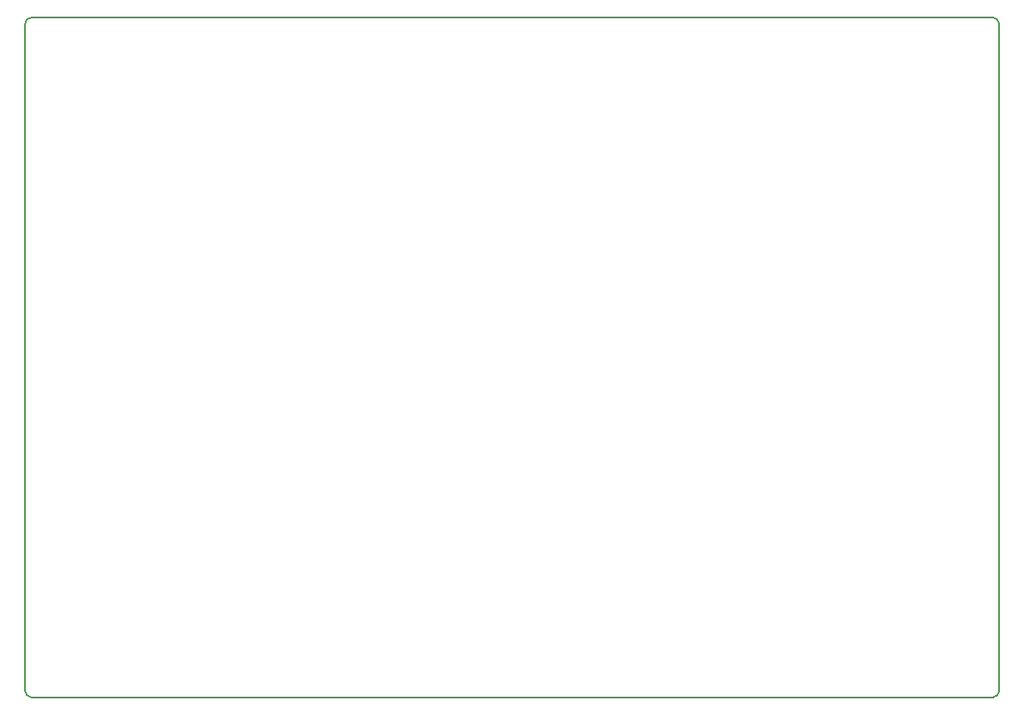
<source format=gm1>
G04 #@! TF.FileFunction,Profile,NP*
%FSLAX46Y46*%
G04 Gerber Fmt 4.6, Leading zero omitted, Abs format (unit mm)*
G04 Created by KiCad (PCBNEW 4.0.7) date 02/09/20 21:40:42*
%MOMM*%
%LPD*%
G01*
G04 APERTURE LIST*
%ADD10C,0.100000*%
%ADD11C,0.150000*%
G04 APERTURE END LIST*
D10*
D11*
X100330000Y-146685000D02*
X100330000Y-78740000D01*
X100965000Y-78105000D02*
X198755000Y-78105000D01*
X100965000Y-78105000D02*
G75*
G03X100330000Y-78740000I0J-635000D01*
G01*
X199390000Y-78740000D02*
X199390000Y-146685000D01*
X199390000Y-78740000D02*
G75*
G03X198755000Y-78105000I-635000J0D01*
G01*
X100965000Y-147320000D02*
X198755000Y-147320000D01*
X100330000Y-146685000D02*
G75*
G03X100965000Y-147320000I635000J0D01*
G01*
X198755000Y-147320000D02*
G75*
G03X199390000Y-146685000I0J635000D01*
G01*
M02*

</source>
